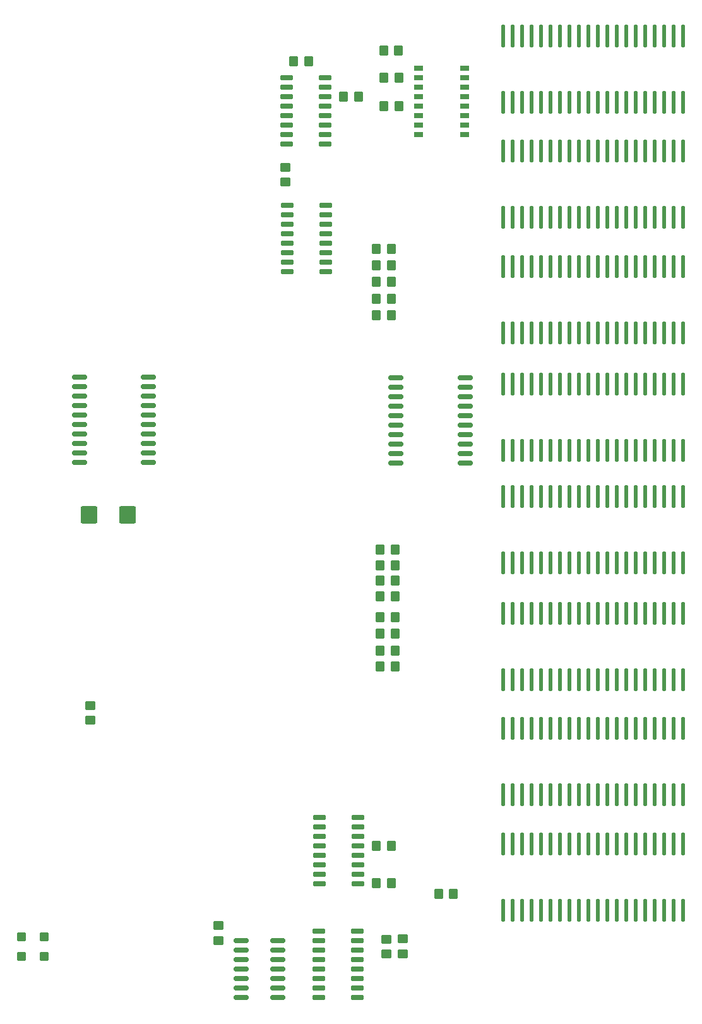
<source format=gbr>
%TF.GenerationSoftware,KiCad,Pcbnew,8.0.5*%
%TF.CreationDate,2024-11-24T09:32:11-04:00*%
%TF.ProjectId,RAMEXB_V21_Github,52414d45-5842-45f5-9632-315f47697468,rev?*%
%TF.SameCoordinates,Original*%
%TF.FileFunction,Paste,Top*%
%TF.FilePolarity,Positive*%
%FSLAX46Y46*%
G04 Gerber Fmt 4.6, Leading zero omitted, Abs format (unit mm)*
G04 Created by KiCad (PCBNEW 8.0.5) date 2024-11-24 09:32:11*
%MOMM*%
%LPD*%
G01*
G04 APERTURE LIST*
G04 Aperture macros list*
%AMRoundRect*
0 Rectangle with rounded corners*
0 $1 Rounding radius*
0 $2 $3 $4 $5 $6 $7 $8 $9 X,Y pos of 4 corners*
0 Add a 4 corners polygon primitive as box body*
4,1,4,$2,$3,$4,$5,$6,$7,$8,$9,$2,$3,0*
0 Add four circle primitives for the rounded corners*
1,1,$1+$1,$2,$3*
1,1,$1+$1,$4,$5*
1,1,$1+$1,$6,$7*
1,1,$1+$1,$8,$9*
0 Add four rect primitives between the rounded corners*
20,1,$1+$1,$2,$3,$4,$5,0*
20,1,$1+$1,$4,$5,$6,$7,0*
20,1,$1+$1,$6,$7,$8,$9,0*
20,1,$1+$1,$8,$9,$2,$3,0*%
G04 Aperture macros list end*
%ADD10RoundRect,0.250000X0.350000X0.450000X-0.350000X0.450000X-0.350000X-0.450000X0.350000X-0.450000X0*%
%ADD11RoundRect,0.137500X0.137500X-1.361500X0.137500X1.361500X-0.137500X1.361500X-0.137500X-1.361500X0*%
%ADD12RoundRect,0.250000X0.450000X-0.350000X0.450000X0.350000X-0.450000X0.350000X-0.450000X-0.350000X0*%
%ADD13RoundRect,0.250000X-0.350000X-0.450000X0.350000X-0.450000X0.350000X0.450000X-0.350000X0.450000X0*%
%ADD14RoundRect,0.312500X0.312500X0.312500X-0.312500X0.312500X-0.312500X-0.312500X0.312500X-0.312500X0*%
%ADD15R,1.250000X0.760000*%
%ADD16RoundRect,0.150000X-0.875000X-0.150000X0.875000X-0.150000X0.875000X0.150000X-0.875000X0.150000X0*%
%ADD17RoundRect,0.150000X-0.725000X-0.150000X0.725000X-0.150000X0.725000X0.150000X-0.725000X0.150000X0*%
%ADD18RoundRect,0.250000X-0.450000X0.350000X-0.450000X-0.350000X0.450000X-0.350000X0.450000X0.350000X0*%
%ADD19RoundRect,0.250000X0.875000X0.925000X-0.875000X0.925000X-0.875000X-0.925000X0.875000X-0.925000X0*%
%ADD20RoundRect,0.150000X-0.825000X-0.150000X0.825000X-0.150000X0.825000X0.150000X-0.825000X0.150000X0*%
G04 APERTURE END LIST*
D10*
%TO.C,R25*%
X204900000Y-127100000D03*
X202900000Y-127100000D03*
%TD*%
D11*
%TO.C,U17*%
X219935000Y-27430300D03*
X221205000Y-27430300D03*
X222475000Y-27430300D03*
X223745000Y-27430300D03*
X225015000Y-27430300D03*
X226285000Y-27430300D03*
X227555000Y-27430300D03*
X228825000Y-27430300D03*
X230095000Y-27430300D03*
X231365000Y-27430300D03*
X232635000Y-27430300D03*
X233905000Y-27430300D03*
X235175000Y-27430300D03*
X236445000Y-27430300D03*
X237715000Y-27430300D03*
X238985000Y-27430300D03*
X240255000Y-27430300D03*
X241525000Y-27430300D03*
X242795000Y-27430300D03*
X244065000Y-27430300D03*
X244065000Y-18540300D03*
X242795000Y-18540300D03*
X241525000Y-18540300D03*
X240255000Y-18540300D03*
X238985000Y-18540300D03*
X237715000Y-18540300D03*
X236445000Y-18540300D03*
X235175000Y-18540300D03*
X233905000Y-18540300D03*
X232635000Y-18540300D03*
X231365000Y-18540300D03*
X230095000Y-18540300D03*
X228825000Y-18540300D03*
X227555000Y-18540300D03*
X226285000Y-18540300D03*
X225015000Y-18540300D03*
X223745000Y-18540300D03*
X222475000Y-18540300D03*
X221205000Y-18540300D03*
X219935000Y-18540300D03*
%TD*%
D12*
%TO.C,R3*%
X164550000Y-110296400D03*
X164550000Y-108296400D03*
%TD*%
D13*
%TO.C,R21*%
X202885000Y-47122000D03*
X204885000Y-47122000D03*
%TD*%
%TO.C,R1*%
X211255000Y-133525000D03*
X213255000Y-133525000D03*
%TD*%
%TO.C,R8*%
X202885000Y-55990000D03*
X204885000Y-55990000D03*
%TD*%
D11*
%TO.C,U12*%
X219935000Y-74108700D03*
X221205000Y-74108700D03*
X222475000Y-74108700D03*
X223745000Y-74108700D03*
X225015000Y-74108700D03*
X226285000Y-74108700D03*
X227555000Y-74108700D03*
X228825000Y-74108700D03*
X230095000Y-74108700D03*
X231365000Y-74108700D03*
X232635000Y-74108700D03*
X233905000Y-74108700D03*
X235175000Y-74108700D03*
X236445000Y-74108700D03*
X237715000Y-74108700D03*
X238985000Y-74108700D03*
X240255000Y-74108700D03*
X241525000Y-74108700D03*
X242795000Y-74108700D03*
X244065000Y-74108700D03*
X244065000Y-65218700D03*
X242795000Y-65218700D03*
X241525000Y-65218700D03*
X240255000Y-65218700D03*
X238985000Y-65218700D03*
X237715000Y-65218700D03*
X236445000Y-65218700D03*
X235175000Y-65218700D03*
X233905000Y-65218700D03*
X232635000Y-65218700D03*
X231365000Y-65218700D03*
X230095000Y-65218700D03*
X228825000Y-65218700D03*
X227555000Y-65218700D03*
X226285000Y-65218700D03*
X225015000Y-65218700D03*
X223745000Y-65218700D03*
X222475000Y-65218700D03*
X221205000Y-65218700D03*
X219935000Y-65218700D03*
%TD*%
D14*
%TO.C,D1*%
X158390000Y-139290000D03*
X155290000Y-139290000D03*
%TD*%
D15*
%TO.C,SWA1*%
X208560000Y-22880000D03*
X208560000Y-24150000D03*
X208560000Y-25420000D03*
X208560000Y-26690000D03*
X208560000Y-27960000D03*
X208560000Y-29230000D03*
X208560000Y-30500000D03*
X208560000Y-31770000D03*
X214710000Y-31770000D03*
X214710000Y-30500000D03*
X214710000Y-29230000D03*
X214710000Y-27960000D03*
X214710000Y-26690000D03*
X214710000Y-25420000D03*
X214710000Y-24150000D03*
X214710000Y-22880000D03*
%TD*%
D12*
%TO.C,R4*%
X181720000Y-139800000D03*
X181720000Y-137800000D03*
%TD*%
D11*
%TO.C,U16*%
X219935000Y-135800000D03*
X221205000Y-135800000D03*
X222475000Y-135800000D03*
X223745000Y-135800000D03*
X225015000Y-135800000D03*
X226285000Y-135800000D03*
X227555000Y-135800000D03*
X228825000Y-135800000D03*
X230095000Y-135800000D03*
X231365000Y-135800000D03*
X232635000Y-135800000D03*
X233905000Y-135800000D03*
X235175000Y-135800000D03*
X236445000Y-135800000D03*
X237715000Y-135800000D03*
X238985000Y-135800000D03*
X240255000Y-135800000D03*
X241525000Y-135800000D03*
X242795000Y-135800000D03*
X244065000Y-135800000D03*
X244065000Y-126910000D03*
X242795000Y-126910000D03*
X241525000Y-126910000D03*
X240255000Y-126910000D03*
X238985000Y-126910000D03*
X237715000Y-126910000D03*
X236445000Y-126910000D03*
X235175000Y-126910000D03*
X233905000Y-126910000D03*
X232635000Y-126910000D03*
X231365000Y-126910000D03*
X230095000Y-126910000D03*
X228825000Y-126910000D03*
X227555000Y-126910000D03*
X226285000Y-126910000D03*
X225015000Y-126910000D03*
X223745000Y-126910000D03*
X222475000Y-126910000D03*
X221205000Y-126910000D03*
X219935000Y-126910000D03*
%TD*%
%TO.C,U10*%
X219935000Y-58349200D03*
X221205000Y-58349200D03*
X222475000Y-58349200D03*
X223745000Y-58349200D03*
X225015000Y-58349200D03*
X226285000Y-58349200D03*
X227555000Y-58349200D03*
X228825000Y-58349200D03*
X230095000Y-58349200D03*
X231365000Y-58349200D03*
X232635000Y-58349200D03*
X233905000Y-58349200D03*
X235175000Y-58349200D03*
X236445000Y-58349200D03*
X237715000Y-58349200D03*
X238985000Y-58349200D03*
X240255000Y-58349200D03*
X241525000Y-58349200D03*
X242795000Y-58349200D03*
X244065000Y-58349200D03*
X244065000Y-49459200D03*
X242795000Y-49459200D03*
X241525000Y-49459200D03*
X240255000Y-49459200D03*
X238985000Y-49459200D03*
X237715000Y-49459200D03*
X236445000Y-49459200D03*
X235175000Y-49459200D03*
X233905000Y-49459200D03*
X232635000Y-49459200D03*
X231365000Y-49459200D03*
X230095000Y-49459200D03*
X228825000Y-49459200D03*
X227555000Y-49459200D03*
X226285000Y-49459200D03*
X225015000Y-49459200D03*
X223745000Y-49459200D03*
X222475000Y-49459200D03*
X221205000Y-49459200D03*
X219935000Y-49459200D03*
%TD*%
D13*
%TO.C,R18*%
X202885000Y-53773000D03*
X204885000Y-53773000D03*
%TD*%
D16*
%TO.C,U5*%
X163050000Y-64333600D03*
X163050000Y-65603600D03*
X163050000Y-66873600D03*
X163050000Y-68143600D03*
X163050000Y-69413600D03*
X163050000Y-70683600D03*
X163050000Y-71953600D03*
X163050000Y-73223600D03*
X163050000Y-74493600D03*
X163050000Y-75763600D03*
X172350000Y-75763600D03*
X172350000Y-74493600D03*
X172350000Y-73223600D03*
X172350000Y-71953600D03*
X172350000Y-70683600D03*
X172350000Y-69413600D03*
X172350000Y-68143600D03*
X172350000Y-66873600D03*
X172350000Y-65603600D03*
X172350000Y-64333600D03*
%TD*%
D11*
%TO.C,U13*%
X219935000Y-120251400D03*
X221205000Y-120251400D03*
X222475000Y-120251400D03*
X223745000Y-120251400D03*
X225015000Y-120251400D03*
X226285000Y-120251400D03*
X227555000Y-120251400D03*
X228825000Y-120251400D03*
X230095000Y-120251400D03*
X231365000Y-120251400D03*
X232635000Y-120251400D03*
X233905000Y-120251400D03*
X235175000Y-120251400D03*
X236445000Y-120251400D03*
X237715000Y-120251400D03*
X238985000Y-120251400D03*
X240255000Y-120251400D03*
X241525000Y-120251400D03*
X242795000Y-120251400D03*
X244065000Y-120251400D03*
X244065000Y-111361400D03*
X242795000Y-111361400D03*
X241525000Y-111361400D03*
X240255000Y-111361400D03*
X238985000Y-111361400D03*
X237715000Y-111361400D03*
X236445000Y-111361400D03*
X235175000Y-111361400D03*
X233905000Y-111361400D03*
X232635000Y-111361400D03*
X231365000Y-111361400D03*
X230095000Y-111361400D03*
X228825000Y-111361400D03*
X227555000Y-111361400D03*
X226285000Y-111361400D03*
X225015000Y-111361400D03*
X223745000Y-111361400D03*
X222475000Y-111361400D03*
X221205000Y-111361400D03*
X219935000Y-111361400D03*
%TD*%
D13*
%TO.C,R14*%
X203400000Y-103100000D03*
X205400000Y-103100000D03*
%TD*%
%TO.C,R12*%
X203400000Y-96500000D03*
X205400000Y-96500000D03*
%TD*%
D14*
%TO.C,D2*%
X158390000Y-141900000D03*
X155290000Y-141900000D03*
%TD*%
D13*
%TO.C,R16*%
X203400000Y-91600000D03*
X205400000Y-91600000D03*
%TD*%
D17*
%TO.C,U9*%
X190945000Y-41245000D03*
X190945000Y-42515000D03*
X190945000Y-43785000D03*
X190945000Y-45055000D03*
X190945000Y-46325000D03*
X190945000Y-47595000D03*
X190945000Y-48865000D03*
X190945000Y-50135000D03*
X196095000Y-50135000D03*
X196095000Y-48865000D03*
X196095000Y-47595000D03*
X196095000Y-46325000D03*
X196095000Y-45055000D03*
X196095000Y-43785000D03*
X196095000Y-42515000D03*
X196095000Y-41245000D03*
%TD*%
%TO.C,U8*%
X190880000Y-24160000D03*
X190880000Y-25430000D03*
X190880000Y-26700000D03*
X190880000Y-27970000D03*
X190880000Y-29240000D03*
X190880000Y-30510000D03*
X190880000Y-31780000D03*
X190880000Y-33050000D03*
X196030000Y-33050000D03*
X196030000Y-31780000D03*
X196030000Y-30510000D03*
X196030000Y-29240000D03*
X196030000Y-27970000D03*
X196030000Y-26700000D03*
X196030000Y-25430000D03*
X196030000Y-24160000D03*
%TD*%
D13*
%TO.C,R6*%
X202885000Y-51556000D03*
X204885000Y-51556000D03*
%TD*%
%TO.C,R15*%
X203400000Y-101000000D03*
X205400000Y-101000000D03*
%TD*%
D10*
%TO.C,R5*%
X204900000Y-132130000D03*
X202900000Y-132130000D03*
%TD*%
D13*
%TO.C,R20*%
X202885000Y-49339000D03*
X204885000Y-49339000D03*
%TD*%
%TO.C,R19*%
X203930000Y-24156800D03*
X205930000Y-24156800D03*
%TD*%
%TO.C,R13*%
X203400000Y-98700000D03*
X205400000Y-98700000D03*
%TD*%
D16*
%TO.C,U6*%
X205505000Y-64385000D03*
X205505000Y-65655000D03*
X205505000Y-66925000D03*
X205505000Y-68195000D03*
X205505000Y-69465000D03*
X205505000Y-70735000D03*
X205505000Y-72005000D03*
X205505000Y-73275000D03*
X205505000Y-74545000D03*
X205505000Y-75815000D03*
X214805000Y-75815000D03*
X214805000Y-74545000D03*
X214805000Y-73275000D03*
X214805000Y-72005000D03*
X214805000Y-70735000D03*
X214805000Y-69465000D03*
X214805000Y-68195000D03*
X214805000Y-66925000D03*
X214805000Y-65655000D03*
X214805000Y-64385000D03*
%TD*%
D18*
%TO.C,R27*%
X204280000Y-139640000D03*
X204280000Y-141640000D03*
%TD*%
D13*
%TO.C,R17*%
X203400000Y-87400000D03*
X205400000Y-87400000D03*
%TD*%
D17*
%TO.C,U1*%
X195250000Y-123280000D03*
X195250000Y-124550000D03*
X195250000Y-125820000D03*
X195250000Y-127090000D03*
X195250000Y-128360000D03*
X195250000Y-129630000D03*
X195250000Y-130900000D03*
X195250000Y-132170000D03*
X200400000Y-132170000D03*
X200400000Y-130900000D03*
X200400000Y-129630000D03*
X200400000Y-128360000D03*
X200400000Y-127090000D03*
X200400000Y-125820000D03*
X200400000Y-124550000D03*
X200400000Y-123280000D03*
%TD*%
D13*
%TO.C,R22*%
X203865000Y-20495000D03*
X205865000Y-20495000D03*
%TD*%
%TO.C,R10*%
X203400000Y-93700000D03*
X205400000Y-93700000D03*
%TD*%
D19*
%TO.C,C2*%
X169495000Y-82775000D03*
X164395000Y-82775000D03*
%TD*%
D18*
%TO.C,R11*%
X190685000Y-36165000D03*
X190685000Y-38165000D03*
%TD*%
D13*
%TO.C,R9*%
X203400000Y-89500000D03*
X205400000Y-89500000D03*
%TD*%
%TO.C,R7*%
X198510000Y-26710000D03*
X200510000Y-26710000D03*
%TD*%
D11*
%TO.C,U14*%
X219935000Y-104849800D03*
X221205000Y-104849800D03*
X222475000Y-104849800D03*
X223745000Y-104849800D03*
X225015000Y-104849800D03*
X226285000Y-104849800D03*
X227555000Y-104849800D03*
X228825000Y-104849800D03*
X230095000Y-104849800D03*
X231365000Y-104849800D03*
X232635000Y-104849800D03*
X233905000Y-104849800D03*
X235175000Y-104849800D03*
X236445000Y-104849800D03*
X237715000Y-104849800D03*
X238985000Y-104849800D03*
X240255000Y-104849800D03*
X241525000Y-104849800D03*
X242795000Y-104849800D03*
X244065000Y-104849800D03*
X244065000Y-95959800D03*
X242795000Y-95959800D03*
X241525000Y-95959800D03*
X240255000Y-95959800D03*
X238985000Y-95959800D03*
X237715000Y-95959800D03*
X236445000Y-95959800D03*
X235175000Y-95959800D03*
X233905000Y-95959800D03*
X232635000Y-95959800D03*
X231365000Y-95959800D03*
X230095000Y-95959800D03*
X228825000Y-95959800D03*
X227555000Y-95959800D03*
X226285000Y-95959800D03*
X225015000Y-95959800D03*
X223745000Y-95959800D03*
X222475000Y-95959800D03*
X221205000Y-95959800D03*
X219935000Y-95959800D03*
%TD*%
D17*
%TO.C,U2*%
X195200000Y-138540000D03*
X195200000Y-139810000D03*
X195200000Y-141080000D03*
X195200000Y-142350000D03*
X195200000Y-143620000D03*
X195200000Y-144890000D03*
X195200000Y-146160000D03*
X195200000Y-147430000D03*
X200350000Y-147430000D03*
X200350000Y-146160000D03*
X200350000Y-144890000D03*
X200350000Y-143620000D03*
X200350000Y-142350000D03*
X200350000Y-141080000D03*
X200350000Y-139810000D03*
X200350000Y-138540000D03*
%TD*%
D18*
%TO.C,R2*%
X206480000Y-139610000D03*
X206480000Y-141610000D03*
%TD*%
D11*
%TO.C,U15*%
X219935000Y-42890000D03*
X221205000Y-42890000D03*
X222475000Y-42890000D03*
X223745000Y-42890000D03*
X225015000Y-42890000D03*
X226285000Y-42890000D03*
X227555000Y-42890000D03*
X228825000Y-42890000D03*
X230095000Y-42890000D03*
X231365000Y-42890000D03*
X232635000Y-42890000D03*
X233905000Y-42890000D03*
X235175000Y-42890000D03*
X236445000Y-42890000D03*
X237715000Y-42890000D03*
X238985000Y-42890000D03*
X240255000Y-42890000D03*
X241525000Y-42890000D03*
X242795000Y-42890000D03*
X244065000Y-42890000D03*
X244065000Y-34000000D03*
X242795000Y-34000000D03*
X241525000Y-34000000D03*
X240255000Y-34000000D03*
X238985000Y-34000000D03*
X237715000Y-34000000D03*
X236445000Y-34000000D03*
X235175000Y-34000000D03*
X233905000Y-34000000D03*
X232635000Y-34000000D03*
X231365000Y-34000000D03*
X230095000Y-34000000D03*
X228825000Y-34000000D03*
X227555000Y-34000000D03*
X226285000Y-34000000D03*
X225015000Y-34000000D03*
X223745000Y-34000000D03*
X222475000Y-34000000D03*
X221205000Y-34000000D03*
X219935000Y-34000000D03*
%TD*%
D13*
%TO.C,R23*%
X203940000Y-27970000D03*
X205940000Y-27970000D03*
%TD*%
D20*
%TO.C,U7*%
X184750000Y-139795000D03*
X184750000Y-141065000D03*
X184750000Y-142335000D03*
X184750000Y-143605000D03*
X184750000Y-144875000D03*
X184750000Y-146145000D03*
X184750000Y-147415000D03*
X189700000Y-147415000D03*
X189700000Y-146145000D03*
X189700000Y-144875000D03*
X189700000Y-143605000D03*
X189700000Y-142335000D03*
X189700000Y-141065000D03*
X189700000Y-139795000D03*
%TD*%
D11*
%TO.C,U11*%
X219935000Y-89206300D03*
X221205000Y-89206300D03*
X222475000Y-89206300D03*
X223745000Y-89206300D03*
X225015000Y-89206300D03*
X226285000Y-89206300D03*
X227555000Y-89206300D03*
X228825000Y-89206300D03*
X230095000Y-89206300D03*
X231365000Y-89206300D03*
X232635000Y-89206300D03*
X233905000Y-89206300D03*
X235175000Y-89206300D03*
X236445000Y-89206300D03*
X237715000Y-89206300D03*
X238985000Y-89206300D03*
X240255000Y-89206300D03*
X241525000Y-89206300D03*
X242795000Y-89206300D03*
X244065000Y-89206300D03*
X244065000Y-80316300D03*
X242795000Y-80316300D03*
X241525000Y-80316300D03*
X240255000Y-80316300D03*
X238985000Y-80316300D03*
X237715000Y-80316300D03*
X236445000Y-80316300D03*
X235175000Y-80316300D03*
X233905000Y-80316300D03*
X232635000Y-80316300D03*
X231365000Y-80316300D03*
X230095000Y-80316300D03*
X228825000Y-80316300D03*
X227555000Y-80316300D03*
X226285000Y-80316300D03*
X225015000Y-80316300D03*
X223745000Y-80316300D03*
X222475000Y-80316300D03*
X221205000Y-80316300D03*
X219935000Y-80316300D03*
%TD*%
D10*
%TO.C,R26*%
X193820000Y-22000000D03*
X191820000Y-22000000D03*
%TD*%
M02*

</source>
